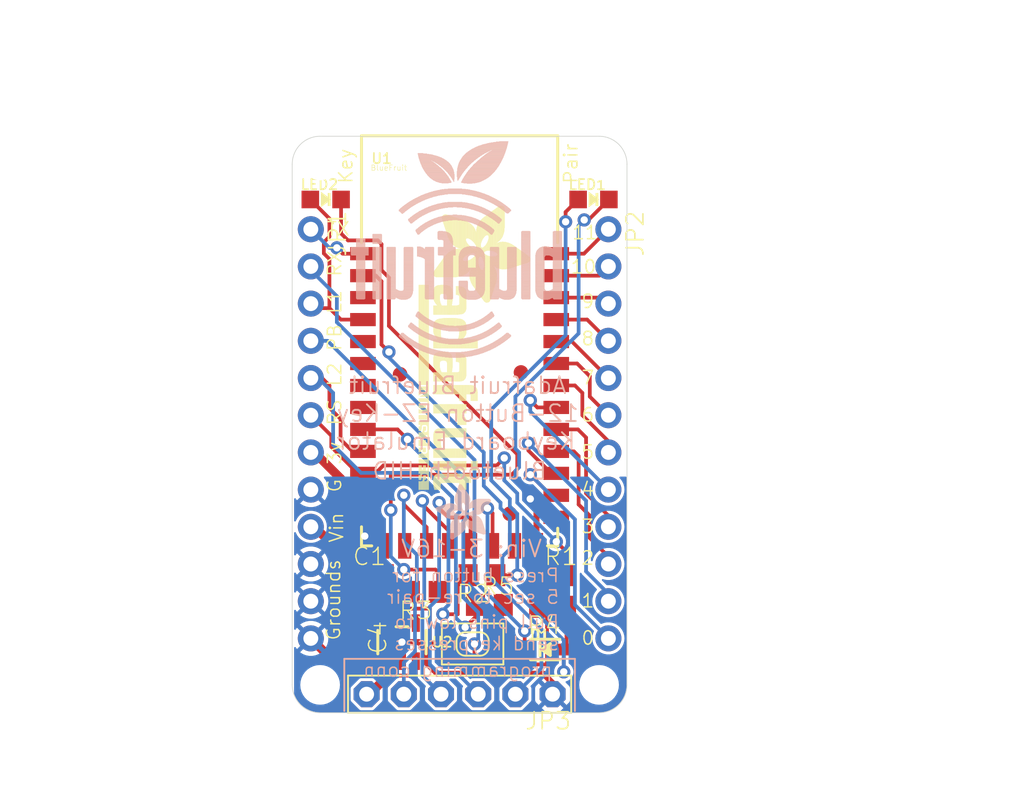
<source format=kicad_pcb>
(kicad_pcb (version 20221018) (generator pcbnew)
  (layers (0 "F.Cu" signal) (31 "B.Cu" signal) (34 "B.Paste" user) (35 "F.Paste" user) (36 "B.SilkS" user "B.Silkscreen") (37 "F.SilkS" user "F.Silkscreen") (38 "B.Mask" user) (39 "F.Mask" user) (44 "Edge.Cuts" user))
  (net 0 "")
  (net 1 "TXD")
  (net 2 "RXD")
  (net 3 "RTS")
  (net 4 "ACT_LED")
  (net 5 "RESET")
  (net 6 "N$23")
  (net 7 "N$24")
  (net 8 "N$25")
  (net 9 "N$26")
  (net 10 "N$27")
  (net 11 "N$28")
  (net 12 "N$29")
  (net 13 "N$31")
  (net 14 "N$32")
  (net 15 "N$33")
  (net 16 "N$34")
  (net 17 "GND")
  (net 18 "CS")
  (net 19 "MOSI")
  (net 20 "MISO")
  (net 21 "CLK")
  (net 22 "+5V")
  (net 23 "+3V3")
  (net 24 "PAIR_BTN")
  (net 25 "N$2")
  (net 26 "N$3")
  (net 27 "RXD_5V")
  (net 28 "PAIR_2")
  (net 29 "N$1")
  (footprint "working:CHIPLED_0805_NOOUTLINE" (layer "F.Cu") (at 157.6451 89.6366 -90)
    (fp_text reference "LED1" (at -1.016 1.778) (layer "F.SilkS") (effects (font (size 0.692831 0.692831) (thickness 0.119969)) (justify left)))
    (fp_text value "RED")
    (pad "A" smd rect (at 0 1.05 270) (size 1.2 1.2) (layers "F.Cu" "F.Paste" "F.Mask") (net 25 "N$2"))
    (pad "C" smd rect (at 0 -1.05 270) (size 1.2 1.2) (layers "F.Cu" "F.Paste" "F.Mask") (net 17 "GND"))
  )
  (footprint "working:R0805" (layer "F.Cu") (at 146.0881 116.4336 180)
    (fp_text reference "R3" (at -0.635 -1.27) (layer "F.SilkS") (effects (font (size 1.176528 1.176528) (thickness 0.093472)) (justify right)))
    (fp_text value "1K")
    (pad "1" smd rect (at -0.95 0 180) (size 1.3 1.5) (layers "F.Cu" "F.Paste" "F.Mask") (net 26 "N$3"))
    (pad "2" smd rect (at 0.95 0 180) (size 1.3 1.5) (layers "F.Cu" "F.Paste" "F.Mask") (net 17 "GND"))
  )
  (footprint "working:1X06-BIG" (layer "F.Cu") (at 148.5011 123.4186 180)
    (fp_text reference "JP3" (at -7.6962 -1.8288) (layer "F.SilkS") (effects (font (size 1.1557 1.1557) (thickness 0.1143)) (justify right)))
    (fp_text value "")
    (pad "1" thru_hole roundrect (at -6.35 0 270) (size 1.778 1.778) (drill 1.016) (layers "*.Cu" "*.Mask") (chamfer_ratio 0.2928932188) (chamfer top_left top_right bottom_left bottom_right) (net 17 "GND"))
    (pad "2" thru_hole roundrect (at -3.81 0 270) (size 1.778 1.778) (drill 1.016) (layers "*.Cu" "*.Mask") (chamfer_ratio 0.2928932188) (chamfer top_left top_right bottom_left bottom_right) (net 21 "CLK"))
    (pad "3" thru_hole roundrect (at -1.27 0 270) (size 1.778 1.778) (drill 1.016) (layers "*.Cu" "*.Mask") (chamfer_ratio 0.2928932188) (chamfer top_left top_right bottom_left bottom_right) (net 20 "MISO"))
    (pad "4" thru_hole roundrect (at 1.27 0 270) (size 1.778 1.778) (drill 1.016) (layers "*.Cu" "*.Mask") (chamfer_ratio 0.2928932188) (chamfer top_left top_right bottom_left bottom_right) (net 19 "MOSI"))
    (pad "5" thru_hole roundrect (at 3.81 0 270) (size 1.778 1.778) (drill 1.016) (layers "*.Cu" "*.Mask") (chamfer_ratio 0.2928932188) (chamfer top_left top_right bottom_left bottom_right) (net 18 "CS"))
    (pad "6" thru_hole roundrect (at 6.35 0 270) (size 1.778 1.778) (drill 1.016) (layers "*.Cu" "*.Mask") (chamfer_ratio 0.2928932188) (chamfer top_left top_right bottom_left bottom_right) (net 22 "+5V"))
  )
  (footprint "working:C0805" (layer "F.Cu") (at 141.6431 119.6086 -90)
    (fp_text reference "C4" (at -1.27 -1.27 90) (layer "F.SilkS") (effects (font (size 1.176528 1.176528) (thickness 0.093472)) (justify right)))
    (fp_text value "10uF")
    (pad "1" smd rect (at -0.95 0 270) (size 1.3 1.5) (layers "F.Cu" "F.Paste" "F.Mask") (net 22 "+5V"))
    (pad "2" smd rect (at 0.95 0 270) (size 1.3 1.5) (layers "F.Cu" "F.Paste" "F.Mask") (net 17 "GND"))
  )
  (footprint "working:1X12-CB" (layer "F.Cu") (at 138.3411 105.6386 -90)
    (fp_text reference "JP1" (at -15.3162 -1.8288 90) (layer "F.SilkS") (effects (font (size 1.1557 1.1557) (thickness 0.1143)) (justify right)))
    (fp_text value "")
    (pad "1" thru_hole circle (at -13.97 0) (size 1.778 1.778) (drill 1.016) (layers "*.Cu" "*.Mask") (net 1 "TXD"))
    (pad "2" thru_hole circle (at -11.43 0) (size 1.778 1.778) (drill 1.016) (layers "*.Cu" "*.Mask") (net 27 "RXD_5V"))
    (pad "3" thru_hole circle (at -8.89 0) (size 1.778 1.778) (drill 1.016) (layers "*.Cu" "*.Mask") (net 3 "RTS"))
    (pad "4" thru_hole circle (at -6.35 0) (size 1.778 1.778) (drill 1.016) (layers "*.Cu" "*.Mask") (net 28 "PAIR_2"))
    (pad "5" thru_hole circle (at -3.81 0) (size 1.778 1.778) (drill 1.016) (layers "*.Cu" "*.Mask") (net 4 "ACT_LED"))
    (pad "6" thru_hole circle (at -1.27 0) (size 1.778 1.778) (drill 1.016) (layers "*.Cu" "*.Mask") (net 5 "RESET"))
    (pad "7" thru_hole circle (at 1.27 0) (size 1.778 1.778) (drill 1.016) (layers "*.Cu" "*.Mask") (net 23 "+3V3"))
    (pad "8" thru_hole circle (at 3.81 0) (size 1.778 1.778) (drill 1.016) (layers "*.Cu" "*.Mask") (net 17 "GND"))
    (pad "9" thru_hole circle (at 6.35 0) (size 1.778 1.778) (drill 1.016) (layers "*.Cu" "*.Mask") (net 22 "+5V"))
    (pad "10" thru_hole circle (at 8.89 0) (size 1.778 1.778) (drill 1.016) (layers "*.Cu" "*.Mask") (net 17 "GND"))
    (pad "11" thru_hole circle (at 11.43 0) (size 1.778 1.778) (drill 1.016) (layers "*.Cu" "*.Mask") (net 17 "GND"))
    (pad "12" thru_hole circle (at 13.97 0) (size 1.778 1.778) (drill 1.016) (layers "*.Cu" "*.Mask") (net 17 "GND"))
  )
  (footprint "working:SOT23-5" (layer "F.Cu") (at 144.5641 119.8626)
    (fp_text reference "U2" (at 1.978 0) (layer "F.SilkS") (effects (font (size 0.692831 0.692831) (thickness 0.119969)) (justify left)))
    (fp_text value "MIC5225")
    (pad "1" smd rect (at -0.95 1.3001) (size 0.55 1.2) (layers "F.Cu" "F.Paste" "F.Mask") (net 22 "+5V"))
    (pad "2" smd rect (at 0 1.3001) (size 0.55 1.2) (layers "F.Cu" "F.Paste" "F.Mask") (net 17 "GND"))
    (pad "3" smd rect (at 0.95 1.3001) (size 0.55 1.2) (layers "F.Cu" "F.Paste" "F.Mask") (net 22 "+5V"))
    (pad "4" smd rect (at 0.95 -1.3001) (size 0.55 1.2) (layers "F.Cu" "F.Paste" "F.Mask"))
    (pad "5" smd rect (at -0.95 -1.3001) (size 0.55 1.2) (layers "F.Cu" "F.Paste" "F.Mask") (net 23 "+3V3"))
  )
  (footprint "" (layer "F.Cu") (at 138.9761 87.2236)
    (fp_text reference "@HOLE2" hide)
    (fp_text value "" (at 0 0) (layer "F.SilkS") (effects (font (size 1.27 1.27))))
    (pad "" np_thru_hole circle (at 0 0) (size 2.2 2.2) (drill 2.2) (layers "*.Cu" "*.Mask"))
  )
  (footprint "" (layer "F.Cu") (at 138.9761 122.7836)
    (fp_text reference "@HOLE0" hide)
    (fp_text value "" (at 0 0) (layer "F.SilkS") (effects (font (size 1.27 1.27))))
    (pad "" np_thru_hole circle (at 0 0) (size 2.2 2.2) (drill 2.2) (layers "*.Cu" "*.Mask"))
  )
  (footprint "working:R0805" (layer "F.Cu") (at 154.8511 117.4496 180)
    (fp_text reference "R4" (at -0.635 -1.27) (layer "F.SilkS") (effects (font (size 1.176528 1.176528) (thickness 0.093472)) (justify right)))
    (fp_text value "10K")
    (pad "1" smd rect (at -0.95 0 180) (size 1.3 1.5) (layers "F.Cu" "F.Paste" "F.Mask") (net 2 "RXD"))
    (pad "2" smd rect (at 0.95 0 180) (size 1.3 1.5) (layers "F.Cu" "F.Paste" "F.Mask") (net 23 "+3V3"))
  )
  (footprint "working:KMR2" (layer "F.Cu") (at 149.3901 119.9896 180)
    (fp_text reference "SW1" hide)
    (fp_text value "SPST_TACT-KMR2" hide)
    (pad "1" smd rect (at 2 -0.8 180) (size 1 1) (layers "F.Cu" "F.Paste" "F.Mask") (net 23 "+3V3"))
    (pad "2" smd rect (at 2 0.8 180) (size 1 1) (layers "F.Cu" "F.Paste" "F.Mask") (net 28 "PAIR_2"))
    (pad "3" smd rect (at -2 -0.8 180) (size 1 1) (layers "F.Cu" "F.Paste" "F.Mask") (net 23 "+3V3"))
    (pad "4" smd rect (at -2 0.8 180) (size 1 1) (layers "F.Cu" "F.Paste" "F.Mask") (net 28 "PAIR_2"))
  )
  (footprint "" (layer "F.Cu") (at 158.0261 122.7836)
    (fp_text reference "@HOLE1" hide)
    (fp_text value "" (at 0 0) (layer "F.SilkS") (effects (font (size 1.27 1.27))))
    (pad "" np_thru_hole circle (at 0 0) (size 2.2 2.2) (drill 2.2) (layers "*.Cu" "*.Mask"))
  )
  (footprint "working:R0805" (layer "F.Cu") (at 150.5331 117.3226)
    (fp_text reference "R5" (at -0.635 -1.27) (layer "F.SilkS") (effects (font (size 1.176528 1.176528) (thickness 0.093472)) (justify left)))
    (fp_text value "2.2K")
    (pad "1" smd rect (at -0.95 0) (size 1.3 1.5) (layers "F.Cu" "F.Paste" "F.Mask") (net 24 "PAIR_BTN"))
    (pad "2" smd rect (at 0.95 0) (size 1.3 1.5) (layers "F.Cu" "F.Paste" "F.Mask") (net 28 "PAIR_2"))
  )
  (footprint "working:SOD-323" (layer "F.Cu") (at 154.3431 120.3706)
    (fp_text reference "D1" (at -1.1 -1) (layer "F.SilkS") (effects (font (size 0.692831 0.692831) (thickness 0.119969)) (justify left)))
    (fp_text value "1N4148")
    (pad "A" smd rect (at 1.27 0) (size 1.35 0.8) (layers "F.Cu" "F.Paste" "F.Mask") (net 2 "RXD"))
    (pad "C" smd rect (at -1.27 0) (size 1.35 0.8) (layers "F.Cu" "F.Paste" "F.Mask") (net 27 "RXD_5V"))
  )
  (footprint "working:C0805" (layer "F.Cu") (at 142.4051 115.2906)
    (fp_text reference "C1" (at -1.27 -1.27) (layer "F.SilkS") (effects (font (size 1.176528 1.176528) (thickness 0.093472)) (justify left)))
    (fp_text value "10uF")
    (pad "1" smd rect (at -0.95 0) (size 1.3 1.5) (layers "F.Cu" "F.Paste" "F.Mask") (net 23 "+3V3"))
    (pad "2" smd rect (at 0.95 0) (size 1.3 1.5) (layers "F.Cu" "F.Paste" "F.Mask") (net 17 "GND"))
  )
  (footprint "working:1X12-CB" (layer "F.Cu") (at 158.6611 105.6386 -90)
    (fp_text reference "JP2" (at -15.3162 -1.8288 90) (layer "F.SilkS") (effects (font (size 1.1557 1.1557) (thickness 0.1143)) (justify right)))
    (fp_text value "")
    (pad "1" thru_hole circle (at -13.97 0) (size 1.778 1.778) (drill 1.016) (layers "*.Cu" "*.Mask") (net 16 "N$34"))
    (pad "2" thru_hole circle (at -11.43 0) (size 1.778 1.778) (drill 1.016) (layers "*.Cu" "*.Mask") (net 15 "N$33"))
    (pad "3" thru_hole circle (at -8.89 0) (size 1.778 1.778) (drill 1.016) (layers "*.Cu" "*.Mask") (net 14 "N$32"))
    (pad "4" thru_hole circle (at -6.35 0) (size 1.778 1.778) (drill 1.016) (layers "*.Cu" "*.Mask") (net 13 "N$31"))
    (pad "5" thru_hole circle (at -3.81 0) (size 1.778 1.778) (drill 1.016) (layers "*.Cu" "*.Mask") (net 29 "N$1"))
    (pad "6" thru_hole circle (at -1.27 0) (size 1.778 1.778) (drill 1.016) (layers "*.Cu" "*.Mask") (net 12 "N$29"))
    (pad "7" thru_hole circle (at 1.27 0) (size 1.778 1.778) (drill 1.016) (layers "*.Cu" "*.Mask") (net 11 "N$28"))
    (pad "8" thru_hole circle (at 3.81 0) (size 1.778 1.778) (drill 1.016) (layers "*.Cu" "*.Mask") (net 10 "N$27"))
    (pad "9" thru_hole circle (at 6.35 0) (size 1.778 1.778) (drill 1.016) (layers "*.Cu" "*.Mask") (net 9 "N$26"))
    (pad "10" thru_hole circle (at 8.89 0) (size 1.778 1.778) (drill 1.016) (layers "*.Cu" "*.Mask") (net 8 "N$25"))
    (pad "11" thru_hole circle (at 11.43 0) (size 1.778 1.778) (drill 1.016) (layers "*.Cu" "*.Mask") (net 7 "N$24"))
    (pad "12" thru_hole circle (at 13.97 0) (size 1.778 1.778) (drill 1.016) (layers "*.Cu" "*.Mask") (net 6 "N$23"))
  )
  (footprint "working:FIDUCIAL_1MM" (layer "F.Cu") (at 144.4371 101.5746)
    (fp_text reference "FID1" hide)
    (fp_text value "FIDUCIAL\"\"" hide)
    (pad "1" smd roundrect (at 0 0) (size 1 1) (layers "F.Cu" "F.Mask") (roundrect_rratio 0.5))
  )
  (footprint "working:R0805" (layer "F.Cu") (at 154.8511 115.2906)
    (fp_text reference "R1" (at -0.635 -1.27) (layer "F.SilkS") (effects (font (size 1.176528 1.176528) (thickness 0.093472)) (justify left)))
    (fp_text value "10K")
    (pad "1" smd rect (at -0.95 0) (size 1.3 1.5) (layers "F.Cu" "F.Paste" "F.Mask") (net 23 "+3V3"))
    (pad "2" smd rect (at 0.95 0) (size 1.3 1.5) (layers "F.Cu" "F.Paste" "F.Mask") (net 5 "RESET"))
  )
  (footprint "working:CHIPLED_0805_NOOUTLINE" (layer "F.Cu") (at 139.3571 89.6366 -90)
    (fp_text reference "LED2" (at -1.016 1.778) (layer "F.SilkS") (effects (font (size 0.692831 0.692831) (thickness 0.119969)) (justify left)))
    (fp_text value "GREEN")
    (pad "A" smd rect (at 0 1.05 270) (size 1.2 1.2) (layers "F.Cu" "F.Paste" "F.Mask") (net 3 "RTS"))
    (pad "C" smd rect (at 0 -1.05 270) (size 1.2 1.2) (layers "F.Cu" "F.Paste" "F.Mask") (net 26 "N$3"))
  )
  (footprint "working:R0805" (layer "F.Cu") (at 150.0251 115.2906 180)
    (fp_text reference "R2" (at -0.635 -1.27) (layer "F.SilkS") (effects (font (size 1.176528 1.176528) (thickness 0.093472)) (justify right)))
    (fp_text value "1K")
    (pad "1" smd rect (at -0.95 0 180) (size 1.3 1.5) (layers "F.Cu" "F.Paste" "F.Mask") (net 25 "N$2"))
    (pad "2" smd rect (at 0.95 0 180) (size 1.3 1.5) (layers "F.Cu" "F.Paste" "F.Mask") (net 4 "ACT_LED"))
  )
  (footprint "working:ADAFRUIT_TEXT_20MM" (layer "F.Cu") (at 145.7071 89.8906 -90)
    (fp_text reference "U$4" hide)
    (fp_text value "" hide)
  )
  (footprint "working:FIDUCIAL_1MM" (layer "F.Cu") (at 151.9301 111.0996)
    (fp_text reference "FID2" hide)
    (fp_text value "FIDUCIAL\"\"" hide)
    (pad "1" smd roundrect (at 0 0) (size 1 1) (layers "F.Cu" "F.Mask") (roundrect_rratio 0.5))
  )
  (footprint "working:BLUETOOTH_MODULE" (layer "F.Cu") (at 148.5011 99.2886)
    (fp_text reference "U1" (at -6.096 -12.446) (layer "F.SilkS") (effects (font (size 0.692831 0.692831) (thickness 0.119969)) (justify left)))
    (fp_text value "BlueFruit" (at -6.096 -11.811) (layer "F.SilkS") (effects (font (size 0.369824 0.369824) (thickness 0.036576)) (justify left)))
    (pad "1" smd rect (at -6.6 -5.95) (size 1.75 0.9) (layers "F.Cu" "F.Mask") (net 1 "TXD"))
    (pad "2" smd rect (at -6.6 -4.45) (size 1.75 0.9) (layers "F.Cu" "F.Mask") (net 2 "RXD"))
    (pad "3" smd rect (at -6.6 -2.95) (size 1.75 0.9) (layers "F.Cu" "F.Mask"))
    (pad "4" smd rect (at -6.6 -1.45) (size 1.75 0.9) (layers "F.Cu" "F.Mask") (net 3 "RTS"))
    (pad "5" smd rect (at -6.6 0.05) (size 1.75 0.9) (layers "F.Cu" "F.Mask"))
    (pad "6" smd rect (at -6.6 1.55) (size 1.75 0.9) (layers "F.Cu" "F.Mask"))
    (pad "7" smd rect (at -6.6 3.05) (size 1.75 0.9) (layers "F.Cu" "F.Mask"))
    (pad "8" smd rect (at -6.6 4.55) (size 1.75 0.9) (layers "F.Cu" "F.Mask"))
    (pad "9" smd rect (at -6.6 6.05) (size 1.75 0.9) (layers "F.Cu" "F.Mask") (net 24 "PAIR_BTN"))
    (pad "10" smd rect (at -6.6 7.55) (size 1.75 0.9) (layers "F.Cu" "F.Mask") (net 4 "ACT_LED"))
    (pad "11" smd rect (at -6.6 9.05) (size 1.75 0.9) (layers "F.Cu" "F.Mask") (net 5 "RESET"))
    (pad "12" smd rect (at -6.6 10.55) (size 1.75 0.9) (layers "F.Cu" "F.Mask") (net 23 "+3V3"))
    (pad "13" smd rect (at -6.6 12.05) (size 1.75 0.9) (layers "F.Cu" "F.Mask") (net 17 "GND"))
    (pad "14" smd rect (at -5.25 14 90) (size 1.75 0.9) (layers "F.Cu" "F.Mask") (net 17 "GND"))
    (pad "15" smd rect (at -3.75 14 90) (size 1.75 0.9) (layers "F.Cu" "F.Mask"))
    (pad "16" smd rect (at -2.25 14 90) (size 1.75 0.9) (layers "F.Cu" "F.Mask") (net 18 "CS"))
    (pad "17" smd rect (at -0.75 14 90) (size 1.75 0.9) (layers "F.Cu" "F.Mask") (net 19 "MOSI"))
    (pad "18" smd rect (at 0.75 14 90) (size 1.75 0.9) (layers "F.Cu" "F.Mask") (net 20 "MISO"))
    (pad "19" smd rect (at 2.25 14 90) (size 1.75 0.9) (layers "F.Cu" "F.Mask") (net 21 "CLK"))
    (pad "20" smd rect (at 3.75 14 90) (size 1.75 0.9) (layers "F.Cu" "F.Mask"))
    (pad "21" smd rect (at 5.25 14 90) (size 1.75 0.9) (layers "F.Cu" "F.Mask") (net 17 "GND"))
    (pad "22" smd rect (at 6.6 12.05 180) (size 1.75 0.9) (layers "F.Cu" "F.Mask") (net 17 "GND"))
    (pad "23" smd rect (at 6.6 10.55 180) (size 1.75 0.9) (layers "F.Cu" "F.Mask") (net 6 "N$23"))
    (pad "24" smd rect (at 6.6 9.05 180) (size 1.75 0.9) (layers "F.Cu" "F.Mask") (net 7 "N$24"))
    (pad "25" smd rect (at 6.6 7.55 180) (size 1.75 0.9) (layers "F.Cu" "F.Mask") (net 8 "N$25"))
    (pad "26" smd rect (at 6.6 6.05 180) (size 1.75 0.9) (layers "F.Cu" "F.Mask") (net 9 "N$26"))
    (pad "27" smd rect (at 6.6 4.55 180) (size 1.75 0.9) (layers "F.Cu" "F.Mask") (net 10 "N$27"))
    (pad "28" smd rect (at 6.6 3.05 180) (size 1.75 0.9) (layers "F.Cu" "F.Mask") (net 11 "N$28"))
    (pad "29" smd rect (at 6.6 1.55 180) (size 1.75 0.9) (layers "F.Cu" "F.Mask") (net 12 "N$29"))
    (pad "30" smd rect (at 6.6 0.05 180) (size 1.75 0.9) (layers "F.Cu" "F.Mask") (net 29 "N$1"))
    (pad "31" smd rect (at 6.6 -1.45 180) (size 1.75 0.9) (layers "F.Cu" "F.Mask") (net 13 "N$31"))
    (pad "32" smd rect (at 6.6 -2.95 180) (size 1.75 0.9) (layers "F.Cu" "F.Mask") (net 14 "N$32"))
    (pad "33" smd rect (at 6.6 -4.45 180) (size 1.75 0.9) (layers "F.Cu" "F.Mask") (net 15 "N$33"))
    (pad "34" smd rect (at 6.6 -5.95 180) (size 1.75 0.9) (layers "F.Cu" "F.Mask") (net 16 "N$34"))
  )
  (footprint "working:FIDUCIAL_1MM" (layer "F.Cu") (at 152.6921 101.4476)
    (fp_text reference "FID3" hide)
    (fp_text value "FIDUCIAL\"\"" hide)
    (pad "1" smd roundrect (at 0 0) (size 1 1) (layers "F.Cu" "F.Mask") (roundrect_rratio 0.5))
  )
  (footprint "" (layer "F.Cu") (at 158.0261 87.2236)
    (fp_text reference "@HOLE3" hide)
    (fp_text value "" (at 0 0) (layer "F.SilkS") (effects (font (size 1.27 1.27))))
    (pad "" np_thru_hole circle (at 0 0) (size 2.2 2.2) (drill 2.2) (layers "*.Cu" "*.Mask"))
  )
  (footprint "working:ADAFRUIT_3.5MM" (layer "B.Cu") (at 150.6601 112.8776 180)
    (fp_text reference "U$3" hide)
    (fp_text value "" hide)
  )
  (footprint "working:BLUEFRUITLOGO_150MM" (layer "B.Cu") (at 155.4861 100.4316 180)
    (fp_text reference "U$2" hide)
    (fp_text value "" hide)
  )
  (gr_line (start 140.6271 121.0056) (end 140.6271 124.5616) (stroke (width 0.127)) (layer "B.SilkS"))
  (gr_line (start 156.3751 121.0056) (end 156.3751 124.5616) (stroke (width 0.127)) (layer "B.SilkS"))
  (gr_line (start 156.3751 121.0056) (end 140.6271 121.0056) (stroke (width 0.127)) (layer "B.SilkS"))
  (gr_arc (start 159.9311 122.7836) (mid 159.373138 124.130638) (end 158.0261 124.6886) (stroke (width 0.05)) (layer "Edge.Cuts"))
  (gr_line (start 159.9311 122.7836) (end 159.9311 87.2236) (stroke (width 0.05)) (layer "Edge.Cuts"))
  (gr_arc (start 138.9761 124.6886) (mid 137.629062 124.130638) (end 137.0711 122.7836) (stroke (width 0.05)) (layer "Edge.Cuts"))
  (gr_arc (start 137.0711 87.2236) (mid 137.629062 85.876562) (end 138.9761 85.3186) (stroke (width 0.05)) (layer "Edge.Cuts"))
  (gr_line (start 138.9761 124.6886) (end 158.0261 124.6886) (stroke (width 0.05)) (layer "Edge.Cuts"))
  (gr_line (start 158.0261 85.3186) (end 138.9761 85.3186) (stroke (width 0.05)) (layer "Edge.Cuts"))
  (gr_arc (start 158.0261 85.3186) (mid 159.373138 85.876562) (end 159.9311 87.2236) (stroke (width 0.05)) (layer "Edge.Cuts"))
  (gr_line (start 137.0711 87.2236) (end 137.0711 122.7836) (stroke (width 0.05)) (layer "Edge.Cuts"))
  (gr_text "Adafruit Bluefruit" (at 148.3741 102.3366) (layer "B.SilkS") (effects (font (size 1.143 1.143) (thickness 0.127)) (justify mirror)))
  (gr_text "12-Button EZ-Key" (at 148.3741 104.2416) (layer "B.SilkS") (effects (font (size 1.143 1.143) (thickness 0.127)) (justify mirror)))
  (gr_text "Vin: 3-16V" (at 154.2161 114.1476) (layer "B.SilkS") (effects (font (size 1.143 1.143) (thickness 0.127)) (justify left bottom mirror)))
  (gr_text "Press button for\n5 sec to re-pair" (at 155.3591 117.3226) (layer "B.SilkS") (effects (font (size 0.9144 0.9144) (thickness 0.1016)) (justify left bottom mirror)))
  (gr_text "programming conn" (at 148.3741 121.7676) (layer "B.SilkS") (effects (font (size 0.9144 0.9144) (thickness 0.1016)) (justify mirror)))
  (gr_text "Pull pins low to\nsend keypresses" (at 155.3591 120.4976) (layer "B.SilkS") (effects (font (size 0.9144 0.9144) (thickness 0.1016)) (justify left bottom mirror)))
  (gr_text "Keyboard Emulator" (at 148.2471 106.1466) (layer "B.SilkS") (effects (font (size 1.143 1.143) (thickness 0.127)) (justify mirror)))
  (gr_text "Bluetooth HID" (at 148.5011 108.1786) (layer "B.SilkS") (effects (font (size 1.143 1.143) (thickness 0.127)) (justify mirror)))
  (gr_text "Pair" (at 156.6291 88.6206 90) (layer "F.SilkS") (effects (font (size 0.9144 0.9144) (thickness 0.1016)) (justify left bottom)))
  (gr_text "Key" (at 141.2621 88.6206 90) (layer "F.SilkS") (effects (font (size 0.9144 0.9144) (thickness 0.1016)) (justify left bottom)))
  (gr_text "7" (at 156.7561 102.3366) (layer "F.SilkS") (effects (font (size 0.9144 0.9144) (thickness 0.1016)) (justify left bottom)))
  (gr_text "G" (at 140.5001 109.7026 90) (layer "F.SilkS") (effects (font (size 0.9144 0.9144) (thickness 0.1016)) (justify left bottom)))
  (gr_text "Vin" (at 140.6271 113.1316 90) (layer "F.SilkS") (effects (font (size 0.9144 0.9144) (thickness 0.1016)) (justify left bottom)))
  (gr_text "RS" (at 140.5001 105.1306 90) (layer "F.SilkS") (effects (font (size 0.9144 0.9144) (thickness 0.1016)) (justify left bottom)))
  (gr_text "PB" (at 140.5001 100.0506 90) (layer "F.SilkS") (effects (font (size 0.9144 0.9144) (thickness 0.1016)) (justify left bottom)))
  (gr_text "3v" (at 140.5001 107.7976 90) (layer "F.SilkS") (effects (font (size 0.9144 0.9144) (thickness 0.1016)) (justify left bottom)))
  (gr_text "11" (at 156.1211 92.4306) (layer "F.SilkS") (effects (font (size 0.9144 0.9144) (thickness 0.1016)) (justify left bottom)))
  (gr_text "0" (at 156.7561 120.1166) (layer "F.SilkS") (effects (font (size 0.9144 0.9144) (thickness 0.1016)) (justify left bottom)))
  (gr_text "L2" (at 140.5001 102.4636 90) (layer "F.SilkS") (effects (font (size 0.9144 0.9144) (thickness 0.1016)) (justify left bottom)))
  (gr_text "Grounds" (at 139.3571 114.1476 90) (layer "F.SilkS") (effects (font (size 0.9144 0.9144) (thickness 0.1016)) (justify right top)))
  (gr_text "9" (at 156.7561 97.1296) (layer "F.SilkS") (effects (font (size 0.9144 0.9144) (thickness 0.1016)) (justify left bottom)))
  (gr_text "3" (at 156.7561 112.4966) (layer "F.SilkS") (effects (font (size 0.9144 0.9144) (thickness 0.1016)) (justify left bottom)))
  (gr_text "5" (at 156.7561 107.4166) (layer "F.SilkS") (effects (font (size 0.9144 0.9144) (thickness 0.1016)) (justify left bottom)))
  (gr_text "1" (at 156.7561 117.5766) (layer "F.SilkS") (effects (font (size 0.9144 0.9144) (thickness 0.1016)) (justify left bottom)))
  (gr_text "8" (at 156.7561 99.6696) (layer "F.SilkS") (effects (font (size 0.9144 0.9144) (thickness 0.1016)) (justify left bottom)))
  (gr_text "6" (at 156.7561 104.8766) (layer "F.SilkS") (effects (font (size 0.9144 0.9144) (thickness 0.1016)) (justify left bottom)))
  (gr_text "2" (at 156.7561 114.6556) (layer "F.SilkS") (effects (font (size 0.9144 0.9144) (thickness 0.1016)) (justify left bottom)))
  (gr_text "TX" (at 139.3571 92.1766) (layer "F.SilkS") (effects (font (size 0.9144 0.9144) (thickness 0.1016)) (justify left bottom)))
  (gr_text "L1" (at 140.5001 97.5106 90) (layer "F.SilkS") (effects (font (size 0.9144 0.9144) (thickness 0.1016)) (justify left bottom)))
  (gr_text "4" (at 156.7561 109.9566) (layer "F.SilkS") (effects (font (size 0.9144 0.9144) (thickness 0.1016)) (justify left bottom)))
  (gr_text "10" (at 157.8991 93.7006) (layer "F.SilkS") (effects (font (size 0.9144 0.9144) (thickness 0.1016)) (justify right top)))
  (gr_text "RX" (at 140.5001 94.9706 90) (layer "F.SilkS") (effects (font (size 0.9144 0.9144) (thickness 0.1016)) (justify left bottom)))
  (segment (start 141.9011 93.3386) (end 140.5191 93.3386) (width 0.254) (layer "F.Cu") (net 1))
  (segment (start 140.1191 92.9386) (end 140.5191 93.3386) (width 0.254) (layer "F.Cu") (net 1))
  (via (at 140.1191 92.9386) (size 0.9064) (drill 0.5) (layers "F.Cu" "B.Cu") (net 1))
  (segment (start 139.6111 92.9386) (end 140.1191 92.9386) (width 0.254) (layer "B.Cu") (net 1))
  (segment (start 138.3411 91.6686) (end 139.6111 92.9386) (width 0.254) (layer "B.Cu") (net 1))
  (segment (start 155.8011 120.1826) (end 155.8011 117.4496) (width 0.254) (layer "F.Cu") (net 2))
  (segment (start 143.1671 99.5426) (end 143.6751 100.0506) (width 0.254) (layer "F.Cu") (net 2))
  (segment (start 141.9011 94.8386) (end 142.7811 94.8386) (width 0.254) (layer "F.Cu") (net 2))
  (segment (start 143.1671 95.2246) (end 143.1671 99.5426) (width 0.254) (layer "F.Cu") (net 2))
  (segment (start 142.7811 94.8386) (end 143.1671 95.2246) (width 0.254) (layer "F.Cu") (net 2))
  (segment (start 155.6131 121.8946) (end 155.6131 120.3706) (width 0.254) (layer "F.Cu") (net 2))
  (segment (start 155.6131 120.3706) (end 155.8011 120.1826) (width 0.254) (layer "F.Cu") (net 2))
  (via (at 155.6131 121.8946) (size 0.9064) (drill 0.5) (layers "F.Cu" "B.Cu") (net 2))
  (via (at 143.6751 100.0506) (size 0.9064) (drill 0.5) (layers "F.Cu" "B.Cu") (net 2))
  (segment (start 151.9301 111.3536) (end 151.9301 113.5126) (width 0.254) (layer "B.Cu") (net 2))
  (segment (start 150.1521 106.9086) (end 143.6751 100.4316) (width 0.254) (layer "B.Cu") (net 2))
  (segment (start 155.6131 119.7356) (end 155.6131 121.8946) (width 0.254) (layer "B.Cu") (net 2))
  (segment (start 151.2951 110.3376) (end 151.2951 110.7186) (width 0.254) (layer "B.Cu") (net 2))
  (segment (start 155.538706 120.042207) (end 155.538706 120.042207) (width 0.254) (layer "B.Cu") (net 2))
  (segment (start 143.6751 100.4316) (end 143.6751 100.0506) (width 0.254) (layer "B.Cu") (net 2))
  (segment (start 151.4221 114.0206) (end 151.4221 115.5446) (width 0.254) (layer "B.Cu") (net 2))
  (segment (start 150.1521 106.9086) (end 150.1521 109.1946) (width 0.254) (layer "B.Cu") (net 2))
  (segment (start 151.4221 115.5446) (end 155.6131 119.7356) (width 0.254) (layer "B.Cu") (net 2))
  (segment (start 151.2951 110.7186) (end 151.9301 111.3536) (width 0.254) (layer "B.Cu") (net 2))
  (segment (start 150.1521 109.1946) (end 151.2951 110.3376) (width 0.254) (layer "B.Cu") (net 2))
  (segment (start 155.538706 120.042207) (end 155.6131 120.22181) (width 0.254) (layer "B.Cu") (net 2))
  (segment (start 155.6131 120.22181) (end 155.6131 121.8946) (width 0.254) (layer "B.Cu") (net 2))
  (segment (start 151.9301 113.5126) (end 151.4221 114.0206) (width 0.254) (layer "B.Cu") (net 2))
  (segment (start 138.6501 97.0576) (end 139.6111 97.0576) (width 0.254) (layer "F.Cu") (net 3))
  (segment (start 139.6111 92.1766) (end 139.2301 92.5576) (width 0.254) (layer "F.Cu") (net 3))
  (segment (start 140.3921 97.8386) (end 141.9011 97.8386) (width 0.254) (layer "F.Cu") (net 3))
  (segment (start 138.3411 96.7486) (end 138.6501 97.0576) (width 0.254) (layer "F.Cu") (net 3))
  (segment (start 139.2301 92.5576) (end 139.2301 93.3196) (width 0.254) (layer "F.Cu") (net 3))
  (segment (start 138.3071 89.6366) (end 139.6111 90.9406) (width 0.254) (layer "F.Cu") (net 3))
  (segment (start 139.6111 90.9406) (end 139.6111 92.1766) (width 0.254) (layer "F.Cu") (net 3))
  (segment (start 139.2301 93.3196) (end 139.6111 93.7006) (width 0.254) (layer "F.Cu") (net 3))
  (segment (start 139.6111 97.0576) (end 140.3921 97.8386) (width 0.254) (layer "F.Cu") (net 3))
  (segment (start 139.6111 93.7006) (end 139.6111 97.0576) (width 0.254) (layer "F.Cu") (net 3))
  (segment (start 138.3411 101.8286) (end 139.1031 101.8286) (width 0.254) (layer "F.Cu") (net 4))
  (segment (start 148.3741 117.9576) (end 148.3741 115.6716) (width 0.254) (layer "F.Cu") (net 4))
  (segment (start 139.6111 103.8606) (end 140.3731 104.6226) (width 0.254) (layer "F.Cu") (net 4))
  (segment (start 147.3581 117.9576) (end 148.3741 117.9576) (width 0.254) (layer "F.Cu") (net 4))
  (segment (start 141.1921 106.8386) (end 141.9011 106.8386) (width 0.254) (layer "F.Cu") (net 4))
  (segment (start 139.1031 101.8286) (end 139.6111 102.3366) (width 0.254) (layer "F.Cu") (net 4))
  (segment (start 148.7551 115.2906) (end 149.0751 115.2906) (width 0.254) (layer "F.Cu") (net 4))
  (segment (start 148.3741 115.6716) (end 148.7551 115.2906) (width 0.254) (layer "F.Cu") (net 4))
  (segment (start 139.6111 102.3366) (end 139.6111 103.8606) (width 0.254) (layer "F.Cu") (net 4))
  (segment (start 140.3731 104.6226) (end 140.3731 106.0196) (width 0.254) (layer "F.Cu") (net 4))
  (segment (start 140.3731 106.0196) (end 141.1921 106.8386) (width 0.254) (layer "F.Cu") (net 4))
  (via (at 147.3581 117.9576) (size 0.9064) (drill 0.5) (layers "F.Cu" "B.Cu") (net 4))
  (segment (start 147.9931 109.9566) (end 146.3421 108.3056) (width 0.254) (layer "B.Cu") (net 4))
  (segment (start 147.7391 117.3226) (end 147.7391 110.9726) (width 0.254) (layer "B.Cu") (net 4))
  (segment (start 147.3581 117.7036) (end 147.7391 117.3226) (width 0.254) (layer "B.Cu") (net 4))
  (segment (start 147.7391 110.9726) (end 147.9931 110.7186) (width 0.254) (layer "B.Cu") (net 4))
  (segment (start 139.8651 106.4006) (end 139.8651 102.8446) (width 0.254) (layer "B.Cu") (net 4))
  (segment (start 146.3421 108.3056) (end 141.7701 108.3056) (width 0.254) (layer "B.Cu") (net 4))
  (segment (start 138.8491 101.8286) (end 138.3411 101.8286) (width 0.254) (layer "B.Cu") (net 4))
  (segment (start 147.9931 110.7186) (end 147.9931 109.9566) (width 0.254) (layer "B.Cu") (net 4))
  (segment (start 139.8651 102.8446) (end 138.8491 101.8286) (width 0.254) (layer "B.Cu") (net 4))
  (segment (start 141.7701 108.3056) (end 139.8651 106.4006) (width 0.254) (layer "B.Cu") (net 4))
  (segment (start 147.3581 117.9576) (end 147.3581 117.7036) (width 0.254) (layer "B.Cu") (net 4))
  (segment (start 151.0411 107.7976) (end 143.2941 107.7976) (width 0.254) (layer "F.Cu") (net 5))
  (segment (start 155.1051 113.0046) (end 155.8011 113.7006) (width 0.254) (layer "F.Cu") (net 5))
  (segment (start 139.7381 105.7656) (end 139.7381 106.5276) (width 0.254) (layer "F.Cu") (net 5))
  (segment (start 141.5491 108.3386) (end 141.9011 108.3386) (width 0.254) (layer "F.Cu") (net 5))
  (segment (start 142.7531 108.3386) (end 141.9011 108.3386) (width 0.254) (layer "F.Cu") (net 5))
  (segment (start 139.7381 106.5276) (end 141.5491 108.3386) (width 0.254) (layer "F.Cu") (net 5))
  (segment (start 143.2941 107.7976) (end 142.7531 108.3386) (width 0.254) (layer "F.Cu") (net 5))
  (segment (start 155.8011 113.7006) (end 155.8011 115.2906) (width 0.254) (layer "F.Cu") (net 5))
  (segment (start 138.3411 104.3686) (end 139.7381 105.7656) (width 0.254) (layer "F.Cu") (net 5))
  (segment (start 151.5491 107.2896) (end 151.0411 107.7976) (width 0.254) (layer "F.Cu") (net 5))
  (via (at 151.5491 107.2896) (size 0.9064) (drill 0.5) (layers "F.Cu" "B.Cu") (net 5))
  (via (at 155.1051 113.0046) (size 0.9064) (drill 0.5) (layers "F.Cu" "B.Cu") (net 5))
  (segment (start 151.5491 108.8136) (end 152.4381 109.7026) (width 0.254) (layer "B.Cu") (net 5))
  (segment (start 152.4381 109.7026) (end 152.4381 110.3376) (width 0.254) (layer "B.Cu") (net 5))
  (segment (start 152.4381 110.3376) (end 155.1051 113.0046) (width 0.254) (layer "B.Cu") (net 5))
  (segment (start 151.5491 107.2896) (end 151.5491 108.8136) (width 0.254) (layer "B.Cu") (net 5))
  (segment (start 154.7331 109.8386) (end 155.1011 109.8386) (width 0.254) (layer "F.Cu") (net 6))
  (segment (start 153.3271 108.4326) (end 154.7331 109.8386) (width 0.254) (layer "F.Cu") (net 6))
  (via (at 153.3271 108.4326) (size 0.9064) (drill 0.5) (layers "F.Cu" "B.Cu") (net 6))
  (segment (start 156.3751 111.4806) (end 156.3751 117.3226) (width 0.254) (layer "B.Cu") (net 6))
  (segment (start 156.3751 117.3226) (end 158.6611 119.6086) (width 0.254) (layer "B.Cu") (net 6))
  (segment (start 153.3271 108.4326) (end 156.3751 111.4806) (width 0.254) (layer "B.Cu") (net 6))
  (segment (start 154.7571 108.3386) (end 155.1011 108.3386) (width 0.254) (layer "F.Cu") (net 7))
  (segment (start 153.2001 106.2736) (end 153.2001 106.7816) (width 0.254) (layer "F.Cu") (net 7))
  (segment (start 153.2001 106.7816) (end 154.7571 108.3386) (width 0.254) (layer "F.Cu") (net 7))
  (via (at 153.2001 106.2736) (size 0.9064) (drill 0.5) (layers "F.Cu" "B.Cu") (net 7))
  (segment (start 157.1371 115.0366) (end 158.6611 116.5606) (width 0.254) (layer "B.Cu") (net 7))
  (segment (start 158.6611 116.5606) (end 158.6611 117.0686) (width 0.254) (layer "B.Cu") (net 7))
  (segment (start 153.2001 106.2736) (end 157.1371 110.2106) (width 0.254) (layer "B.Cu") (net 7))
  (segment (start 157.1371 110.2106) (end 157.1371 115.0366) (width 0.254) (layer "B.Cu") (net 7))
  (segment (start 158.6611 114.0206) (end 158.6611 114.5286) (width 0.254) (layer "F.Cu") (net 8))
  (segment (start 157.3911 111.2266) (end 157.3911 112.7506) (width 0.254) (layer "F.Cu") (net 8))
  (segment (start 157.3911 112.7506) (end 158.6611 114.0206) (width 0.254) (layer "F.Cu") (net 8))
  (segment (start 156.3051 106.8386) (end 156.6291 107.1626) (width 0.254) (layer "F.Cu") (net 8))
  (segment (start 156.6291 107.1626) (end 156.6291 110.4646) (width 0.254) (layer "F.Cu") (net 8))
  (segment (start 156.6291 110.4646) (end 157.3911 111.2266) (width 0.254) (layer "F.Cu") (net 8))
  (segment (start 155.1011 106.8386) (end 156.3051 106.8386) (width 0.254) (layer "F.Cu") (net 8))
  (segment (start 155.1011 105.3386) (end 156.5831 105.3386) (width 0.254) (layer "F.Cu") (net 9))
  (segment (start 158.6611 111.2266) (end 158.6611 111.9886) (width 0.254) (layer "F.Cu") (net 9))
  (segment (start 156.5831 105.3386) (end 157.1371 105.8926) (width 0.254) (layer "F.Cu") (net 9))
  (segment (start 157.1371 105.8926) (end 157.1371 109.7026) (width 0.254) (layer "F.Cu") (net 9))
  (segment (start 157.1371 109.7026) (end 158.6611 111.2266) (width 0.254) (layer "F.Cu") (net 9))
  (segment (start 153.8131 103.8386) (end 153.3271 103.3526) (width 0.254) (layer "F.Cu") (net 10))
  (segment (start 155.1011 103.8386) (end 153.8131 103.8386) (width 0.254) (layer "F.Cu") (net 10))
  (via (at 153.3271 103.3526) (size 0.9064) (drill 0.5) (layers "F.Cu" "B.Cu") (net 10))
  (segment (start 153.3271 104.1146) (end 158.6611 109.4486) (width 0.254) (layer "B.Cu") (net 10))
  (segment (start 153.3271 103.3526) (end 153.3271 104.1146) (width 0.254) (layer "B.Cu") (net 10))
  (segment (start 156.8831 104.3686) (end 158.6611 106.1466) (width 0.254) (layer "F.Cu") (net 11))
  (segment (start 158.6611 106.1466) (end 158.6611 106.9086) (width 0.254) (layer "F.Cu") (net 11))
  (segment (start 156.8831 102.8446) (end 156.8831 104.3686) (width 0.254) (layer "F.Cu") (net 11))
  (segment (start 156.3771 102.3386) (end 156.8831 102.8446) (width 0.254) (layer "F.Cu") (net 11))
  (segment (start 155.1011 102.3386) (end 156.3771 102.3386) (width 0.254) (layer "F.Cu") (net 11))
  (segment (start 155.1011 100.8386) (end 156.5281 100.8386) (width 0.254) (layer "F.Cu") (net 12))
  (segment (start 156.5281 100.8386) (end 157.3911 101.7016) (width 0.254) (layer "F.Cu") (net 12))
  (segment (start 157.3911 103.0986) (end 158.6611 104.3686) (width 0.254) (layer "F.Cu") (net 12))
  (segment (start 157.3911 101.7016) (end 157.3911 103.0986) (width 0.254) (layer "F.Cu") (net 12))
  (segment (start 157.2111 97.8386) (end 158.6611 99.2886) (width 0.254) (layer "F.Cu") (net 13))
  (segment (start 155.1011 97.8386) (end 157.2111 97.8386) (width 0.254) (layer "F.Cu") (net 13))
  (segment (start 158.6611 99.0346) (end 158.6611 99.2886) (width 0.254) (layer "F.Cu") (net 13))
  (segment (start 155.1011 96.3386) (end 158.2511 96.3386) (width 0.254) (layer "F.Cu") (net 14))
  (segment (start 158.2511 96.3386) (end 158.6611 96.7486) (width 0.254) (layer "F.Cu") (net 14))
  (segment (start 158.0311 94.8386) (end 158.6611 94.2086) (width 0.254) (layer "F.Cu") (net 15))
  (segment (start 155.1011 94.8386) (end 158.0311 94.8386) (width 0.254) (layer "F.Cu") (net 15))
  (segment (start 156.9911 93.3386) (end 158.6611 91.6686) (width 0.254) (layer "F.Cu") (net 16))
  (segment (start 156.9911 93.3386) (end 155.1011 93.3386) (width 0.254) (layer "F.Cu") (net 16))
  (segment (start 143.1671 112.6236) (end 142.0241 112.6236) (width 0.4064) (layer "F.Cu") (net 17))
  (segment (start 143.2511 115.1866) (end 143.3551 115.2906) (width 0.254) (layer "F.Cu") (net 17))
  (segment (start 143.2511 113.2886) (end 143.2511 112.6236) (width 0.4064) (layer "F.Cu") (net 17))
  (segment (start 154.8511 122.6566) (end 154.8511 123.4186) (width 0.4064) (layer "F.Cu") (net 17))
  (segment (start 144.4981 116.4336) (end 145.1381 116.4336) (width 0.4064) (layer "F.Cu") (net 17))
  (segment (start 146.2151 120.3706) (end 145.7071 119.8626) (width 0.4064) (layer "F.Cu") (net 17))
  (segment (start 153.7511 110.5076) (end 154.5821 111.3386) (width 0.4064) (layer "F.Cu") (net 17))
  (segment (start 138.3411 119.6086) (end 139.2911 120.5586) (width 0.6096) (layer "F.Cu") (net 17))
  (segment (start 145.7071 119.8626) (end 144.5641 119.8626) (width 0.4064) (layer "F.Cu") (net 17))
  (segment (start 139.2911 120.5586) (end 141.6431 120.5586) (width 0.6096) (layer "F.Cu") (net 17))
  (segment (start 141.9011 111.3386) (end 143.1671 112.6046) (width 0.4064) (layer "F.Cu") (net 17))
  (segment (start 154.5821 111.3386) (end 155.1011 111.3386) (width 0.4064) (layer "F.Cu") (net 17))
  (segment (start 153.7511 110.5076) (end 153.3271 110.0836) (width 0.4064) (layer "F.Cu") (net 17))
  (segment (start 157.2981 91.0336) (end 158.6951 89.6366) (width 0.254) (layer "F.Cu") (net 17))
  (segment (start 158.6951 89.4506) (end 158.6611 89.4166) (width 0.254) (layer "F.Cu") (net 17))
  (segment (start 158.6951 89.6366) (end 158.6951 89.4506) (width 0.254) (layer "F.Cu") (net 17))
  (segment (start 143.2741 115.2906) (end 143.3551 115.2906) (width 0.254) (layer "F.Cu") (net 17))
  (segment (start 143.2511 115.0136) (end 143.2511 115.1866) (width 0.254) (layer "F.Cu") (net 17))
  (segment (start 143.3551 115.2906) (end 144.4981 116.4336) (width 0.4064) (layer "F.Cu") (net 17))
  (segment (start 143.1671 112.6046) (end 143.1671 112.6236) (width 0.4064) (layer "F.Cu") (net 17))
  (segment (start 146.9771 122.0216) (end 146.2151 121.2596) (width 0.4064) (layer "F.Cu") (net 17))
  (segment (start 144.5641 121.1627) (end 144.5641 119.8626) (width 0.4064) (layer "F.Cu") (net 17))
  (segment (start 153.7511 113.2886) (end 153.7511 110.5076) (width 0.4064) (layer "F.Cu") (net 17))
  (segment (start 143.2511 115.0136) (end 143.2511 113.2886) (width 0.4064) (layer "F.Cu") (net 17))
  (segment (start 158.6611 89.3826) (end 158.6611 89.4166) (width 0.254) (layer "F.Cu") (net 17))
  (segment (start 157.0101 91.0336) (end 157.2981 91.0336) (width 0.254) (layer "F.Cu") (net 17))
  (segment (start 146.2151 121.2596) (end 146.2151 120.3706) (width 0.4064) (layer "F.Cu") (net 17))
  (segment (start 154.2161 122.0216) (end 146.9771 122.0216) (width 0.4064) (layer "F.Cu") (net 17))
  (segment (start 143.2511 112.6236) (end 143.1671 112.6236) (width 0.4064) (layer "F.Cu") (net 17))
  (segment (start 154.2161 122.0216) (end 154.8511 122.6566) (width 0.4064) (layer "F.Cu") (net 17))
  (via (at 144.5641 119.8626) (size 0.9064) (drill 0.5) (layers "F.Cu" "B.Cu") (net 17))
  (via (at 157.0101 91.0336) (size 0.9064) (drill 0.5) (layers "F.Cu" "B.Cu") (net 17))
  (via (at 142.0241 112.6236) (size 0.9064) (drill 0.5) (layers "F.Cu" "B.Cu") (net 17))
  (via (at 153.3271 110.0836) (size 0.9064) (drill 0.5) (layers "F.Cu" "B.Cu") (net 17))
  (segment (start 152.5651 106.9086) (end 152.5651 107.9246) (width 0.254) (layer "B.Cu") (net 17))
  (segment (start 153.3271 109.5756) (end 153.3271 110.0836) (width 0.254) (layer "B.Cu") (net 17))
  (segment (start 152.5651 107.9246) (end 152.3111 108.1786) (width 0.254) (layer "B.Cu") (net 17))
  (segment (start 156.6291 98.7806) (end 152.3111 103.0986) (width 0.254) (layer "B.Cu") (net 17))
  (segment (start 152.3111 103.0986) (end 152.3111 106.6546) (width 0.254) (layer "B.Cu") (net 17))
  (segment (start 142.1511 114.7826) (end 142.4051 114.7826) (width 0.4064) (layer "B.Cu") (net 17))
  (segment (start 152.6921 108.9406) (end 153.3271 109.5756) (width 0.254) (layer "B.Cu") (net 17))
  (segment (start 156.6291 91.4146) (end 156.6291 98.7806) (width 0.254) (layer "B.Cu") (net 17))
  (segment (start 152.5651 108.9406) (end 152.6921 108.9406) (width 0.254) (layer "B.Cu") (net 17))
  (segment (start 152.3111 108.1786) (end 152.3111 108.6866) (width 0.254) (layer "B.Cu") (net 17))
  (segment (start 152.3111 106.6546) (end 152.5651 106.9086) (width 0.254) (layer "B.Cu") (net 17))
  (segment (start 157.0101 91.0336) (end 156.6291 91.4146) (width 0.254) (layer "B.Cu") (net 17))
  (segment (start 152.3111 108.6866) (end 152.5651 108.9406) (width 0.254) (layer "B.Cu") (net 17))
  (segment (start 144.6911 110.4646) (end 144.6911 109.8296) (width 0.254) (layer "F.Cu") (net 18))
  (segment (start 144.6911 110.4646) (end 146.2511 112.0246) (width 0.254) (layer "F.Cu") (net 18))
  (segment (start 146.2511 112.0246) (end 146.2511 113.2886) (width 0.254) (layer "F.Cu") (net 18))
  (via (at 144.6911 109.8296) (size 0.9064) (drill 0.5) (layers "F.Cu" "B.Cu") (net 18))
  (segment (start 145.5801 116.6876) (end 145.5801 113.8936) (width 0.254) (layer "B.Cu") (net 18))
  (segment (start 145.5801 113.8936) (end 144.6911 113.0046) (width 0.254) (layer "B.Cu") (net 18))
  (segment (start 144.6911 123.4186) (end 144.6911 121.2596) (width 0.254) (layer "B.Cu") (net 18))
  (segment (start 144.6911 121.2596) (end 145.4531 120.4976) (width 0.254) (layer "B.Cu") (net 18))
  (segment (start 145.4531 120.4976) (end 145.4531 116.8146) (width 0.254) (layer "B.Cu") (net 18))
  (segment (start 144.6911 113.0046) (end 144.6911 109.8296) (width 0.254) (layer "B.Cu") (net 18))
  (segment (start 145.4531 116.8146) (end 145.5801 116.6876) (width 0.254) (layer "B.Cu") (net 18))
  (segment (start 147.7511 112.2546) (end 145.9611 110.4646) (width 0.254) (layer "F.Cu") (net 19))
  (segment (start 147.7511 113.2886) (end 147.7511 112.2546) (width 0.254) (layer "F.Cu") (net 19))
  (segment (start 145.9611 110.4646) (end 145.9611 110.2106) (width 0.254) (layer "F.Cu") (net 19))
  (via (at 145.9611 110.2106) (size 0.9064) (drill 0.5) (layers "F.Cu" "B.Cu") (net 19))
  (segment (start 145.9611 110.3376) (end 145.9611 110.2106) (width 0.254) (layer "B.Cu") (net 19))
  (segment (start 145.9611 122.1486) (end 145.9611 117.0686) (width 0.254) (layer "B.Cu") (net 19))
  (segment (start 146.0881 110.4646) (end 145.9611 110.3376) (width 0.254) (layer "B.Cu") (net 19))
  (segment (start 145.9611 117.0686) (end 146.0881 116.9416) (width 0.254) (layer "B.Cu") (net 19))
  (segment (start 147.2311 123.4186) (end 145.9611 122.1486) (width 0.254) (layer "B.Cu") (net 19))
  (segment (start 146.0881 116.9416) (end 146.0881 110.4646) (width 0.254) (layer "B.Cu") (net 19))
  (segment (start 149.2511 111.3536) (end 147.7391 111.3536) (width 0.254) (layer "F.Cu") (net 20))
  (segment (start 149.2511 113.2886) (end 149.2511 111.3536) (width 0.254) (layer "F.Cu") (net 20))
  (segment (start 147.1041 110.7186) (end 147.1041 110.3376) (width 0.254) (layer "F.Cu") (net 20))
  (segment (start 147.7391 111.3536) (end 147.1041 110.7186) (width 0.254) (layer "F.Cu") (net 20))
  (via (at 147.1041 110.3376) (size 0.9064) (drill 0.5) (layers "F.Cu" "B.Cu") (net 20))
  (segment (start 147.1041 122.0216) (end 146.4691 121.3866) (width 0.254) (layer "B.Cu") (net 20))
  (segment (start 149.7711 123.4186) (end 148.3741 122.0216) (width 0.254) (layer "B.Cu") (net 20))
  (segment (start 146.4691 117.4496) (end 147.1041 116.8146) (width 0.254) (layer "B.Cu") (net 20))
  (segment (start 147.1041 116.8146) (end 147.1041 110.3376) (width 0.254) (layer "B.Cu") (net 20))
  (segment (start 148.3741 122.0216) (end 147.1041 122.0216) (width 0.254) (layer "B.Cu") (net 20))
  (segment (start 146.4691 121.3866) (end 146.4691 117.4496) (width 0.254) (layer "B.Cu") (net 20))
  (segment (start 150.7511 113.2886) (end 150.7511 111.0636) (width 0.254) (layer "F.Cu") (net 21))
  (segment (start 150.7511 111.0636) (end 150.4061 110.7186) (width 0.254) (layer "F.Cu") (net 21))
  (via (at 150.4061 110.7186) (size 0.9064) (drill 0.5) (layers "F.Cu" "B.Cu") (net 21))
  (segment (start 154.0891 121.6406) (end 152.3111 123.4186) (width 0.254) (layer "B.Cu") (net 21))
  (segment (start 154.0891 118.9736) (end 154.0891 121.6406) (width 0.254) (layer "B.Cu") (net 21))
  (segment (start 150.4061 115.2906) (end 154.0891 118.9736) (width 0.254) (layer "B.Cu") (net 21))
  (segment (start 150.4061 115.2906) (end 150.4061 110.7186) (width 0.254) (layer "B.Cu") (net 21))
  (segment (start 142.1511 123.4186) (end 142.3441 123.4186) (width 0.6096) (layer "F.Cu") (net 22))
  (segment (start 139.8651 116.1796) (end 141.6431 117.9576) (width 0.6096) (layer "F.Cu") (net 22))
  (segment (start 139.8651 113.2586) (end 139.8651 116.1796) (width 0.6096) (layer "F.Cu") (net 22))
  (segment (start 143.6141 122.1486) (end 143.6141 121.1627) (width 0.6096) (layer "F.Cu") (net 22))
  (segment (start 142.3441 123.4186) (end 143.6141 122.1486) (width 0.6096) (layer "F.Cu") (net 22))
  (segment (start 142.2781 118.9736) (end 141.9581 118.9736) (width 0.6096) (layer "F.Cu") (net 22))
  (segment (start 145.5141 122.1486) (end 143.6141 122.1486) (width 0.254) (layer "F.Cu") (net 22))
  (segment (start 141.6431 117.9576) (end 141.6431 118.6586) (width 0.6096) (layer "F.Cu") (net 22))
  (segment (start 143.6141 121.1627) (end 143.6141 120.3096) (width 0.6096) (layer "F.Cu") (net 22))
  (segment (start 138.5951 111.9886) (end 139.8651 113.2586) (width 0.6096) (layer "F.Cu") (net 22))
  (segment (start 145.5141 121.1627) (end 145.5141 122.1486) (width 0.254) (layer "F.Cu") (net 22))
  (segment (start 138.3411 111.9886) (end 138.5951 111.9886) (width 0.6096) (layer "F.Cu") (net 22))
  (segment (start 141.9581 118.9736) (end 141.6431 118.6586) (width 0.6096) (layer "F.Cu") (net 22))
  (segment (start 141.6431 118.6586) (end 141.8971 118.6586) (width 0.6096) (layer "F.Cu") (net 22))
  (segment (start 143.6141 120.3096) (end 142.2781 118.9736) (width 0.6096) (layer "F.Cu") (net 22))
  (segment (start 147.3901 121.3866) (end 151.3901 121.3866) (width 0.254) (layer "F.Cu") (net 23))
  (segment (start 138.5951 106.9086) (end 140.3831 108.6966) (width 0.6096) (layer "F.Cu") (net 23))
  (segment (start 146.4691 119.7736) (end 147.3901 120.6946) (width 0.254) (layer "F.Cu") (net 23))
  (segment (start 141.0081 114.4016) (end 141.4551 114.8486) (width 0.6096) (layer "F.Cu") (net 23))
  (segment (start 140.1191 110.2106) (end 140.3831 109.9466) (width 0.6096) (layer "F.Cu") (net 23))
  (segment (start 147.3901 120.6946) (end 147.3901 120.7896) (width 0.254) (layer "F.Cu") (net 23))
  (segment (start 140.1191 111.8616) (end 141.0081 112.7506) (width 0.6096) (layer "F.Cu") (net 23))
  (segment (start 141.4551 115.7376) (end 143.5481 117.8306) (width 0.6096) (layer "F.Cu") (net 23))
  (segment (start 154.4701 118.0186) (end 153.9011 117.4496) (width 0.254) (layer "F.Cu") (net 23))
  (segment (start 141.0081 112.7506) (end 141.0081 114.4016) (width 0.6096) (layer "F.Cu") (net 23))
  (segment (start 154.4701 121.3866) (end 154.4701 118.0186) (width 0.254) (layer "F.Cu") (net 23))
  (segment (start 146.4691 119.7736) (end 146.4691 117.5766) (width 0.254) (layer "F.Cu") (net 23))
  (segment (start 143.6141 117.5766) (end 143.6141 117.8306) (width 0.6096) (layer "F.Cu") (net 23))
  (segment (start 151.3901 120.7896) (end 151.3901 121.3866) (width 0.254) (layer "F.Cu") (net 23))
  (segment (start 141.4551 115.2906) (end 141.4551 115.7376) (width 0.4064) (layer "F.Cu") (net 23))
  (segment (start 143.6141 117.8306) (end 143.6141 118.5625) (width 0.6096) (layer "F.Cu") (net 23))
  (segment (start 151.3901 121.3866) (end 154.4701 121.3866) (width 0.254) (layer "F.Cu") (net 23))
  (segment (start 140.3831 108.6966) (end 140.3831 109.9466) (width 0.6096) (layer "F.Cu") (net 23))
  (segment (start 141.4551 114.8486) (end 141.4551 115.2906) (width 0.6096) (layer "F.Cu") (net 23))
  (segment (start 140.1191 110.2106) (end 140.1191 111.8616) (width 0.6096) (layer "F.Cu") (net 23))
  (segment (start 143.5481 117.8306) (end 143.6141 117.8306) (width 0.4064) (layer "F.Cu") (net 23))
  (segment (start 153.9011 117.4496) (end 153.9011 115.2906) (width 0.254) (layer "F.Cu") (net 23))
  (segment (start 141.9011 109.9466) (end 141.9011 109.8386) (width 0.6096) (layer "F.Cu") (net 23))
  (segment (start 146.4691 117.5766) (end 143.6141 117.5766) (width 0.254) (layer "F.Cu") (net 23))
  (segment (start 138.5951 106.9086) (end 138.3411 106.9086) (width 0.6096) (layer "F.Cu") (net 23))
  (segment (start 147.3901 120.7896) (end 147.3901 121.3866) (width 0.254) (layer "F.Cu") (net 23))
  (segment (start 140.3831 109.9466) (end 141.9011 109.9466) (width 0.6096) (layer "F.Cu") (net 23))
  (segment (start 141.9011 105.3386) (end 144.2641 105.3386) (width 0.254) (layer "F.Cu") (net 24))
  (segment (start 149.5831 118.1456) (end 148.8821 118.8466) (width 0.254) (layer "F.Cu") (net 24))
  (segment (start 144.2641 105.3386) (end 144.9451 106.0196) (width 0.254) (layer "F.Cu") (net 24))
  (segment (start 149.5831 117.3226) (end 149.5831 118.1456) (width 0.254) (layer "F.Cu") (net 24))
  (via (at 148.8821 118.8466) (size 0.9064) (drill 0.5) (layers "F.Cu" "B.Cu") (net 24))
  (via (at 144.9451 106.0196) (size 0.9064) (drill 0.5) (layers "F.Cu" "B.Cu") (net 24))
  (segment (start 148.5011 110.9726) (end 148.5011 109.7026) (width 0.254) (layer "B.Cu") (net 24))
  (segment (start 148.5011 109.7026) (end 144.9451 106.1466) (width 0.254) (layer "B.Cu") (net 24))
  (segment (start 148.2471 118.2116) (end 148.2471 111.2266) (width 0.254) (layer "B.Cu") (net 24))
  (segment (start 148.8821 118.8466) (end 148.2471 118.2116) (width 0.254) (layer "B.Cu") (net 24))
  (segment (start 144.9451 106.1466) (end 144.9451 106.0196) (width 0.254) (layer "B.Cu") (net 24))
  (segment (start 148.2471 111.2266) (end 148.5011 110.9726) (width 0.254) (layer "B.Cu") (net 24))
  (segment (start 152.4381 115.0976) (end 152.4381 115.2906) (width 0.254) (layer "F.Cu") (net 25))
  (segment (start 155.7401 90.4916) (end 156.5951 89.6366) (width 0.254) (layer "F.Cu") (net 25))
  (segment (start 150.9751 115.2906) (end 152.4381 115.2906) (width 0.254) (layer "F.Cu") (net 25))
  (segment (start 155.7401 91.1606) (end 155.7401 90.4916) (width 0.254) (layer "F.Cu") (net 25))
  (via (at 155.7401 91.1606) (size 0.9064) (drill 0.5) (layers "F.Cu" "B.Cu") (net 25))
  (via (at 152.4381 115.2906) (size 0.9064) (drill 0.5) (layers "F.Cu" "B.Cu") (net 25))
  (segment (start 152.4381 111.0996) (end 152.4381 115.2906) (width 0.254) (layer "B.Cu") (net 25))
  (segment (start 151.9301 110.5916) (end 152.4381 111.0996) (width 0.254) (layer "B.Cu") (net 25))
  (segment (start 155.7401 98.9076) (end 155.7401 91.1606) (width 0.254) (layer "B.Cu") (net 25))
  (segment (start 151.9301 110.0836) (end 151.9301 110.5916) (width 0.254) (layer "B.Cu") (net 25))
  (segment (start 150.6601 103.9876) (end 150.6601 108.8136) (width 0.254) (layer "B.Cu") (net 25))
  (segment (start 155.7401 98.9076) (end 150.6601 103.9876) (width 0.254) (layer "B.Cu") (net 25))
  (segment (start 150.6601 108.8136) (end 151.9301 110.0836) (width 0.254) (layer "B.Cu") (net 25))
  (segment (start 144.6911 114.9096) (end 146.8501 114.9096) (width 0.254) (layer "F.Cu") (net 26))
  (segment (start 143.8021 108.4326) (end 152.0571 108.4326) (width 0.254) (layer "F.Cu") (net 26))
  (segment (start 140.8811 92.4306) (end 140.4071 91.9566) (width 0.254) (layer "F.Cu") (net 26))
  (segment (start 140.4071 91.9566) (end 140.4071 89.6366) (width 0.254) (layer "F.Cu") (net 26))
  (segment (start 142.9131 92.4306) (end 140.8811 92.4306) (width 0.254) (layer "F.Cu") (net 26))
  (segment (start 143.1671 94.4626) (end 143.1671 92.6846) (width 0.254) (layer "F.Cu") (net 26))
  (segment (start 143.1671 92.6846) (end 142.9131 92.4306) (width 0.254) (layer "F.Cu") (net 26))
  (segment (start 143.6751 98.2726) (end 143.6751 94.9706) (width 0.254) (layer "F.Cu") (net 26))
  (segment (start 152.4381 107.0356) (end 143.6751 98.2726) (width 0.254) (layer "F.Cu") (net 26))
  (segment (start 146.8501 114.9096) (end 147.0381 115.0976) (width 0.254) (layer "F.Cu") (net 26))
  (segment (start 152.4381 108.0516) (end 152.4381 107.0356) (width 0.254) (layer "F.Cu") (net 26))
  (segment (start 152.0571 108.4326) (end 152.4381 108.0516) (width 0.254) (layer "F.Cu") (net 26))
  (segment (start 143.8021 110.8456) (end 143.8021 108.4326) (width 0.254) (layer "F.Cu") (net 26))
  (segment (start 143.6751 94.9706) (end 143.1671 94.4626) (width 0.254) (layer "F.Cu") (net 26))
  (segment (start 147.0381 115.0976) (end 147.0381 116.4336) (width 0.254) (layer "F.Cu") (net 26))
  (via (at 144.6911 114.9096) (size 0.9064) (drill 0.5) (layers "F.Cu" "B.Cu") (net 26))
  (via (at 143.8021 110.8456) (size 0.9064) (drill 0.5) (layers "F.Cu" "B.Cu") (net 26))
  (segment (start 143.8021 114.0206) (end 143.8021 110.8456) (width 0.254) (layer "B.Cu") (net 26))
  (segment (start 144.6911 114.9096) (end 143.8021 114.0206) (width 0.254) (layer "B.Cu") (net 26))
  (segment (start 152.9461 120.2436) (end 152.9461 119.1006) (width 0.254) (layer "F.Cu") (net 27))
  (segment (start 153.0731 120.3706) (end 152.9461 120.2436) (width 0.254) (layer "F.Cu") (net 27))
  (via (at 152.9461 119.1006) (size 0.9064) (drill 0.5) (layers "F.Cu" "B.Cu") (net 27))
  (segment (start 152.9461 119.1006) (end 149.5171 115.6716) (width 0.254) (layer "B.Cu") (net 27))
  (segment (start 138.3411 94.4626) (end 138.3411 94.2086) (width 0.254) (layer "B.Cu") (net 27))
  (segment (start 140.1191 98.0186) (end 140.1191 96.2406) (width 0.254) (layer "B.Cu") (net 27))
  (segment (start 149.5171 115.6716) (end 149.5171 107.4166) (width 0.254) (layer "B.Cu") (net 27))
  (segment (start 140.1191 96.2406) (end 138.3411 94.4626) (width 0.254) (layer "B.Cu") (net 27))
  (segment (start 149.5171 107.4166) (end 140.1191 98.0186) (width 0.254) (layer "B.Cu") (net 27))
  (segment (start 149.5171 119.9896) (end 149.5171 120.8786) (width 0.254) (layer "F.Cu") (net 28))
  (segment (start 151.3901 117.4156) (end 151.4831 117.3226) (width 0.254) (layer "F.Cu") (net 28))
  (segment (start 147.3901 119.1896) (end 147.7011 119.1896) (width 0.254) (layer "F.Cu") (net 28))
  (segment (start 147.7011 119.1896) (end 148.2471 119.7356) (width 0.254) (layer "F.Cu") (net 28))
  (segment (start 150.2791 120.8786) (end 150.5331 120.6246) (width 0.254) (layer "F.Cu") (net 28))
  (segment (start 150.5331 120.0466) (end 151.3901 119.1896) (width 0.254) (layer "F.Cu") (net 28))
  (segment (start 148.5011 120.8786) (end 149.5171 120.8786) (width 0.254) (layer "F.Cu") (net 28))
  (segment (start 151.3901 119.1896) (end 151.3901 117.4156) (width 0.254) (layer "F.Cu") (net 28))
  (segment (start 150.5331 120.6246) (end 150.5331 120.0466) (width 0.254) (layer "F.Cu") (net 28))
  (segment (start 148.2471 119.7356) (end 148.2471 120.6246) (width 0.254) (layer "F.Cu") (net 28))
  (segment (start 148.2471 120.6246) (end 148.5011 120.8786) (width 0.254) (layer "F.Cu") (net 28))
  (segment (start 149.5171 120.8786) (end 150.2791 120.8786) (width 0.254) (layer "F.Cu") (net 28))
  (via (at 149.5171 119.9896) (size 0.9064) (drill 0.5) (layers "F.Cu" "B.Cu") (net 28))
  (segment (start 149.0091 108.8136) (end 139.4841 99.2886) (width 0.254) (layer "B.Cu") (net 28))
  (segment (start 149.7711 119.7356) (end 149.7711 117.8306) (width 0.254) (layer "B.Cu") (net 28))
  (segment (start 149.5171 119.9896) (end 149.7711 119.7356) (width 0.254) (layer "B.Cu") (net 28))
  (segment (start 149.7711 117.8306) (end 148.7551 116.8146) (width 0.254) (layer "B.Cu") (net 28))
  (segment (start 148.7551 111.6076) (end 149.0091 111.3536) (width 0.254) (layer "B.Cu") (net 28))
  (segment (start 149.0091 111.3536) (end 149.0091 108.8136) (width 0.254) (layer "B.Cu") (net 28))
  (segment (start 139.4841 99.2886) (end 138.3411 99.2886) (width 0.254) (layer "B.Cu") (net 28))
  (segment (start 148.7551 116.8146) (end 148.7551 111.6076) (width 0.254) (layer "B.Cu") (net 28))
  (segment (start 156.1711 99.3386) (end 158.6611 101.8286) (width 0.254) (layer "F.Cu") (net 29))
  (segment (start 155.1011 99.3386) (end 156.1711 99.3386) (width 0.254) (layer "F.Cu") (net 29))
  (zone (net 17) (net_name "GND") (layer "B.Cu") (priority 6) (connect_pads (clearance 0.000001)) (min_thickness 0.127) (fill yes (thermal_gap 0.304) (thermal_bridge_width 0.304))
    (polygon (pts (xy 160.8201 124.8156) (xy 137.1981 124.8156) (xy 137.1981 108.5596) (xy 160.8201 108.5596)))
  )
)
</source>
